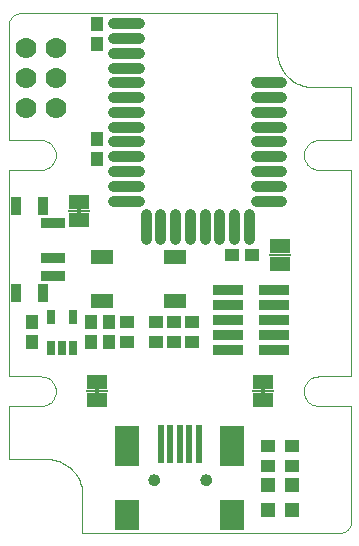
<source format=gts>
G75*
G70*
%OFA0B0*%
%FSLAX24Y24*%
%IPPOS*%
%LPD*%
%AMOC8*
5,1,8,0,0,1.08239X$1,22.5*
%
%ADD10C,0.0000*%
%ADD11C,0.0375*%
%ADD12R,0.0670X0.0500*%
%ADD13R,0.0720X0.0060*%
%ADD14R,0.0512X0.0512*%
%ADD15R,0.0827X0.1024*%
%ADD16R,0.0827X0.1339*%
%ADD17R,0.0237X0.1260*%
%ADD18C,0.0394*%
%ADD19R,0.0749X0.0473*%
%ADD20R,0.0985X0.0339*%
%ADD21R,0.0257X0.0512*%
%ADD22R,0.0434X0.0473*%
%ADD23R,0.0473X0.0434*%
%ADD24C,0.0700*%
%ADD25R,0.0355X0.0591*%
%ADD26R,0.0827X0.0355*%
%ADD27R,0.0120X0.0290*%
D10*
X002428Y003348D02*
X003708Y003348D01*
X003774Y003346D01*
X003840Y003341D01*
X003906Y003331D01*
X003971Y003318D01*
X004035Y003302D01*
X004098Y003282D01*
X004160Y003258D01*
X004220Y003231D01*
X004279Y003201D01*
X004336Y003167D01*
X004391Y003130D01*
X004444Y003090D01*
X004495Y003048D01*
X004543Y003002D01*
X004589Y002954D01*
X004631Y002903D01*
X004671Y002850D01*
X004708Y002795D01*
X004742Y002738D01*
X004772Y002679D01*
X004799Y002619D01*
X004823Y002557D01*
X004843Y002494D01*
X004859Y002430D01*
X004872Y002365D01*
X004882Y002299D01*
X004887Y002233D01*
X004889Y002167D01*
X004889Y000888D01*
X013452Y000888D01*
X013452Y000887D02*
X013491Y000889D01*
X013529Y000895D01*
X013566Y000904D01*
X013603Y000917D01*
X013638Y000934D01*
X013671Y000953D01*
X013702Y000976D01*
X013731Y001002D01*
X013757Y001031D01*
X013780Y001062D01*
X013799Y001095D01*
X013816Y001130D01*
X013829Y001167D01*
X013838Y001204D01*
X013844Y001242D01*
X013846Y001281D01*
X013845Y001281D02*
X013845Y005120D01*
X012763Y005120D01*
X012720Y005122D01*
X012678Y005127D01*
X012636Y005137D01*
X012595Y005150D01*
X012555Y005166D01*
X012517Y005186D01*
X012481Y005209D01*
X012447Y005235D01*
X012415Y005264D01*
X012386Y005296D01*
X012360Y005330D01*
X012337Y005366D01*
X012317Y005404D01*
X012301Y005444D01*
X012288Y005485D01*
X012278Y005527D01*
X012273Y005569D01*
X012271Y005612D01*
X012273Y005655D01*
X012278Y005697D01*
X012288Y005739D01*
X012301Y005780D01*
X012317Y005820D01*
X012337Y005858D01*
X012360Y005894D01*
X012386Y005928D01*
X012415Y005960D01*
X012447Y005989D01*
X012481Y006015D01*
X012517Y006038D01*
X012555Y006058D01*
X012595Y006074D01*
X012636Y006087D01*
X012678Y006097D01*
X012720Y006102D01*
X012763Y006104D01*
X013845Y006104D01*
X013845Y012994D01*
X012763Y012994D01*
X012720Y012996D01*
X012678Y013001D01*
X012636Y013011D01*
X012595Y013024D01*
X012555Y013040D01*
X012517Y013060D01*
X012481Y013083D01*
X012447Y013109D01*
X012415Y013138D01*
X012386Y013170D01*
X012360Y013204D01*
X012337Y013240D01*
X012317Y013278D01*
X012301Y013318D01*
X012288Y013359D01*
X012278Y013401D01*
X012273Y013443D01*
X012271Y013486D01*
X012273Y013529D01*
X012278Y013571D01*
X012288Y013613D01*
X012301Y013654D01*
X012317Y013694D01*
X012337Y013732D01*
X012360Y013768D01*
X012386Y013802D01*
X012415Y013834D01*
X012447Y013863D01*
X012481Y013889D01*
X012517Y013912D01*
X012555Y013932D01*
X012595Y013948D01*
X012636Y013961D01*
X012678Y013971D01*
X012720Y013976D01*
X012763Y013978D01*
X013845Y013978D01*
X013845Y015750D01*
X012566Y015750D01*
X012500Y015752D01*
X012434Y015757D01*
X012368Y015767D01*
X012303Y015780D01*
X012239Y015796D01*
X012176Y015816D01*
X012114Y015840D01*
X012054Y015867D01*
X011995Y015897D01*
X011938Y015931D01*
X011883Y015968D01*
X011830Y016008D01*
X011779Y016050D01*
X011731Y016096D01*
X011685Y016144D01*
X011643Y016195D01*
X011603Y016248D01*
X011566Y016303D01*
X011532Y016360D01*
X011502Y016419D01*
X011475Y016479D01*
X011451Y016541D01*
X011431Y016604D01*
X011415Y016668D01*
X011402Y016733D01*
X011392Y016799D01*
X011387Y016865D01*
X011385Y016931D01*
X011385Y018210D01*
X002822Y018210D01*
X002822Y018211D02*
X002783Y018209D01*
X002745Y018203D01*
X002708Y018194D01*
X002671Y018181D01*
X002636Y018164D01*
X002603Y018145D01*
X002572Y018122D01*
X002543Y018096D01*
X002517Y018067D01*
X002494Y018036D01*
X002475Y018003D01*
X002458Y017968D01*
X002445Y017931D01*
X002436Y017894D01*
X002430Y017856D01*
X002428Y017817D01*
X002428Y013978D01*
X003511Y013978D01*
X003554Y013976D01*
X003596Y013971D01*
X003638Y013961D01*
X003679Y013948D01*
X003719Y013932D01*
X003757Y013912D01*
X003793Y013889D01*
X003827Y013863D01*
X003859Y013834D01*
X003888Y013802D01*
X003914Y013768D01*
X003937Y013732D01*
X003957Y013694D01*
X003973Y013654D01*
X003986Y013613D01*
X003996Y013571D01*
X004001Y013529D01*
X004003Y013486D01*
X004001Y013443D01*
X003996Y013401D01*
X003986Y013359D01*
X003973Y013318D01*
X003957Y013278D01*
X003937Y013240D01*
X003914Y013204D01*
X003888Y013170D01*
X003859Y013138D01*
X003827Y013109D01*
X003793Y013083D01*
X003757Y013060D01*
X003719Y013040D01*
X003679Y013024D01*
X003638Y013011D01*
X003596Y013001D01*
X003554Y012996D01*
X003511Y012994D01*
X002428Y012994D01*
X002428Y006104D01*
X003511Y006104D01*
X003554Y006102D01*
X003596Y006097D01*
X003638Y006087D01*
X003679Y006074D01*
X003719Y006058D01*
X003757Y006038D01*
X003793Y006015D01*
X003827Y005989D01*
X003859Y005960D01*
X003888Y005928D01*
X003914Y005894D01*
X003937Y005858D01*
X003957Y005820D01*
X003973Y005780D01*
X003986Y005739D01*
X003996Y005697D01*
X004001Y005655D01*
X004003Y005612D01*
X004001Y005569D01*
X003996Y005527D01*
X003986Y005485D01*
X003973Y005444D01*
X003957Y005404D01*
X003937Y005366D01*
X003914Y005330D01*
X003888Y005296D01*
X003859Y005264D01*
X003827Y005235D01*
X003793Y005209D01*
X003757Y005186D01*
X003719Y005166D01*
X003679Y005150D01*
X003638Y005137D01*
X003596Y005127D01*
X003554Y005122D01*
X003511Y005120D01*
X002428Y005120D01*
X002428Y003348D01*
X007094Y002659D02*
X007096Y002685D01*
X007102Y002711D01*
X007112Y002736D01*
X007125Y002759D01*
X007141Y002779D01*
X007161Y002797D01*
X007183Y002812D01*
X007206Y002824D01*
X007232Y002832D01*
X007258Y002836D01*
X007284Y002836D01*
X007310Y002832D01*
X007336Y002824D01*
X007360Y002812D01*
X007381Y002797D01*
X007401Y002779D01*
X007417Y002759D01*
X007430Y002736D01*
X007440Y002711D01*
X007446Y002685D01*
X007448Y002659D01*
X007446Y002633D01*
X007440Y002607D01*
X007430Y002582D01*
X007417Y002559D01*
X007401Y002539D01*
X007381Y002521D01*
X007359Y002506D01*
X007336Y002494D01*
X007310Y002486D01*
X007284Y002482D01*
X007258Y002482D01*
X007232Y002486D01*
X007206Y002494D01*
X007182Y002506D01*
X007161Y002521D01*
X007141Y002539D01*
X007125Y002559D01*
X007112Y002582D01*
X007102Y002607D01*
X007096Y002633D01*
X007094Y002659D01*
X008826Y002659D02*
X008828Y002685D01*
X008834Y002711D01*
X008844Y002736D01*
X008857Y002759D01*
X008873Y002779D01*
X008893Y002797D01*
X008915Y002812D01*
X008938Y002824D01*
X008964Y002832D01*
X008990Y002836D01*
X009016Y002836D01*
X009042Y002832D01*
X009068Y002824D01*
X009092Y002812D01*
X009113Y002797D01*
X009133Y002779D01*
X009149Y002759D01*
X009162Y002736D01*
X009172Y002711D01*
X009178Y002685D01*
X009180Y002659D01*
X009178Y002633D01*
X009172Y002607D01*
X009162Y002582D01*
X009149Y002559D01*
X009133Y002539D01*
X009113Y002521D01*
X009091Y002506D01*
X009068Y002494D01*
X009042Y002486D01*
X009016Y002482D01*
X008990Y002482D01*
X008964Y002486D01*
X008938Y002494D01*
X008914Y002506D01*
X008893Y002521D01*
X008873Y002539D01*
X008857Y002559D01*
X008844Y002582D01*
X008834Y002607D01*
X008828Y002633D01*
X008826Y002659D01*
D11*
X008964Y011527D02*
X008964Y011527D01*
X008964Y010681D01*
X008964Y010681D01*
X008964Y011527D01*
X008964Y011055D02*
X008964Y011055D01*
X008964Y011429D02*
X008964Y011429D01*
X008471Y011527D02*
X008471Y011527D01*
X008471Y010681D01*
X008471Y010681D01*
X008471Y011527D01*
X008471Y011055D02*
X008471Y011055D01*
X008471Y011429D02*
X008471Y011429D01*
X007979Y011527D02*
X007979Y011527D01*
X007979Y010681D01*
X007979Y010681D01*
X007979Y011527D01*
X007979Y011055D02*
X007979Y011055D01*
X007979Y011429D02*
X007979Y011429D01*
X007487Y011527D02*
X007487Y011527D01*
X007487Y010681D01*
X007487Y010681D01*
X007487Y011527D01*
X007487Y011055D02*
X007487Y011055D01*
X007487Y011429D02*
X007487Y011429D01*
X006995Y011527D02*
X006995Y011527D01*
X006995Y010681D01*
X006995Y010681D01*
X006995Y011527D01*
X006995Y011055D02*
X006995Y011055D01*
X006995Y011429D02*
X006995Y011429D01*
X006768Y011970D02*
X006768Y011970D01*
X005922Y011970D01*
X005922Y011970D01*
X006768Y011970D01*
X006768Y012462D02*
X006768Y012462D01*
X005922Y012462D01*
X005922Y012462D01*
X006768Y012462D01*
X006768Y012954D02*
X006768Y012954D01*
X005922Y012954D01*
X005922Y012954D01*
X006768Y012954D01*
X006768Y013447D02*
X006768Y013447D01*
X005922Y013447D01*
X005922Y013447D01*
X006768Y013447D01*
X006768Y013939D02*
X006768Y013939D01*
X005922Y013939D01*
X005922Y013939D01*
X006768Y013939D01*
X006768Y014431D02*
X006768Y014431D01*
X005922Y014431D01*
X005922Y014431D01*
X006768Y014431D01*
X006768Y014923D02*
X006768Y014923D01*
X005922Y014923D01*
X005922Y014923D01*
X006768Y014923D01*
X006768Y015415D02*
X006768Y015415D01*
X005922Y015415D01*
X005922Y015415D01*
X006768Y015415D01*
X006768Y015907D02*
X006768Y015907D01*
X005922Y015907D01*
X005922Y015907D01*
X006768Y015907D01*
X006768Y016399D02*
X006768Y016399D01*
X005922Y016399D01*
X005922Y016399D01*
X006768Y016399D01*
X006768Y016891D02*
X006768Y016891D01*
X005922Y016891D01*
X005922Y016891D01*
X006768Y016891D01*
X006768Y017384D02*
X006768Y017384D01*
X005922Y017384D01*
X005922Y017384D01*
X006768Y017384D01*
X006768Y017876D02*
X006768Y017876D01*
X005922Y017876D01*
X005922Y017876D01*
X006768Y017876D01*
X011512Y015907D02*
X011512Y015907D01*
X010666Y015907D01*
X010666Y015907D01*
X011512Y015907D01*
X011512Y015415D02*
X011512Y015415D01*
X010666Y015415D01*
X010666Y015415D01*
X011512Y015415D01*
X011512Y014923D02*
X011512Y014923D01*
X010666Y014923D01*
X010666Y014923D01*
X011512Y014923D01*
X011512Y014431D02*
X011512Y014431D01*
X010666Y014431D01*
X010666Y014431D01*
X011512Y014431D01*
X011512Y013939D02*
X011512Y013939D01*
X010666Y013939D01*
X010666Y013939D01*
X011512Y013939D01*
X011512Y013447D02*
X011512Y013447D01*
X010666Y013447D01*
X010666Y013447D01*
X011512Y013447D01*
X011512Y012954D02*
X011512Y012954D01*
X010666Y012954D01*
X010666Y012954D01*
X011512Y012954D01*
X011512Y012462D02*
X011512Y012462D01*
X010666Y012462D01*
X010666Y012462D01*
X011512Y012462D01*
X011512Y011970D02*
X011512Y011970D01*
X010666Y011970D01*
X010666Y011970D01*
X011512Y011970D01*
X010440Y011527D02*
X010440Y011527D01*
X010440Y010681D01*
X010440Y010681D01*
X010440Y011527D01*
X010440Y011055D02*
X010440Y011055D01*
X010440Y011429D02*
X010440Y011429D01*
X009948Y011527D02*
X009948Y011527D01*
X009948Y010681D01*
X009948Y010681D01*
X009948Y011527D01*
X009948Y011055D02*
X009948Y011055D01*
X009948Y011429D02*
X009948Y011429D01*
X009456Y011527D02*
X009456Y011527D01*
X009456Y010681D01*
X009456Y010681D01*
X009456Y011527D01*
X009456Y011055D02*
X009456Y011055D01*
X009456Y011429D02*
X009456Y011429D01*
D12*
X011483Y010439D03*
X011483Y009839D03*
X010893Y005912D03*
X010893Y005312D03*
X005381Y005312D03*
X005381Y005912D03*
X004790Y011316D03*
X004790Y011916D03*
D13*
X004790Y011616D03*
X005381Y005612D03*
X010893Y005612D03*
X011483Y010139D03*
D14*
X011089Y002482D03*
X011877Y002482D03*
X011877Y001655D03*
X011089Y001655D03*
D15*
X009889Y001478D03*
X006385Y001478D03*
D16*
X006385Y003801D03*
X009889Y003801D03*
D17*
X008767Y003840D03*
X008452Y003840D03*
X008137Y003840D03*
X007822Y003840D03*
X007507Y003840D03*
D18*
X007271Y002659D03*
X009003Y002659D03*
D19*
X007979Y008624D03*
X007979Y010080D03*
X005538Y010080D03*
X005538Y008624D03*
D20*
X009731Y008474D03*
X009731Y007974D03*
X009731Y007474D03*
X009731Y006974D03*
X011267Y006974D03*
X011267Y007474D03*
X011267Y007974D03*
X011267Y008474D03*
X011267Y008974D03*
X009731Y008974D03*
D21*
X004574Y008092D03*
X003826Y008092D03*
X003826Y007069D03*
X004200Y007069D03*
X004574Y007069D03*
D22*
X005184Y007246D03*
X005184Y007915D03*
X005775Y007915D03*
X005775Y007246D03*
X003215Y007246D03*
X003215Y007915D03*
X005381Y013348D03*
X005381Y014017D03*
X005381Y017187D03*
X005381Y017856D03*
D23*
X009869Y010139D03*
X010538Y010139D03*
X008530Y007915D03*
X008530Y007246D03*
X007940Y007246D03*
X007940Y007915D03*
X007349Y007915D03*
X007349Y007246D03*
X006365Y007246D03*
X006365Y007915D03*
X011089Y003781D03*
X011089Y003112D03*
X011877Y003112D03*
X011877Y003781D03*
D24*
X004003Y015045D03*
X004003Y016045D03*
X004003Y017045D03*
X003019Y017045D03*
X003019Y016045D03*
X003019Y015045D03*
D25*
X002664Y011773D03*
X003570Y011773D03*
X003570Y008899D03*
X002664Y008899D03*
D26*
X003904Y009451D03*
X003904Y010041D03*
X003904Y011222D03*
D27*
X004790Y011616D03*
X005381Y005612D03*
X010893Y005612D03*
M02*

</source>
